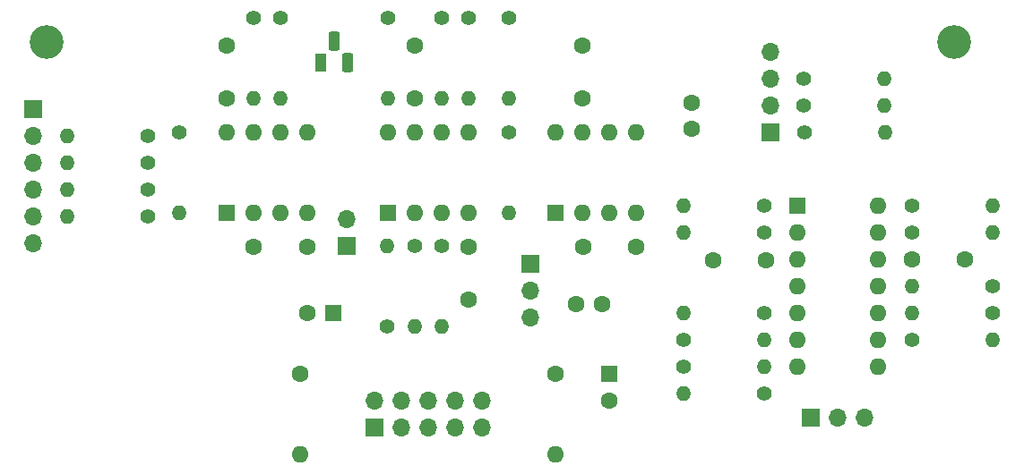
<source format=gbs>
%TF.GenerationSoftware,KiCad,Pcbnew,7.0.10*%
%TF.CreationDate,2025-10-26T16:30:34+00:00*%
%TF.ProjectId,Polivoks filter-R,506f6c69-766f-46b7-9320-66696c746572,rev?*%
%TF.SameCoordinates,Original*%
%TF.FileFunction,Soldermask,Bot*%
%TF.FilePolarity,Negative*%
%FSLAX46Y46*%
G04 Gerber Fmt 4.6, Leading zero omitted, Abs format (unit mm)*
G04 Created by KiCad (PCBNEW 7.0.10) date 2025-10-26 16:30:34*
%MOMM*%
%LPD*%
G01*
G04 APERTURE LIST*
G04 Aperture macros list*
%AMRoundRect*
0 Rectangle with rounded corners*
0 $1 Rounding radius*
0 $2 $3 $4 $5 $6 $7 $8 $9 X,Y pos of 4 corners*
0 Add a 4 corners polygon primitive as box body*
4,1,4,$2,$3,$4,$5,$6,$7,$8,$9,$2,$3,0*
0 Add four circle primitives for the rounded corners*
1,1,$1+$1,$2,$3*
1,1,$1+$1,$4,$5*
1,1,$1+$1,$6,$7*
1,1,$1+$1,$8,$9*
0 Add four rect primitives between the rounded corners*
20,1,$1+$1,$2,$3,$4,$5,0*
20,1,$1+$1,$4,$5,$6,$7,0*
20,1,$1+$1,$6,$7,$8,$9,0*
20,1,$1+$1,$8,$9,$2,$3,0*%
G04 Aperture macros list end*
%ADD10R,1.600000X1.600000*%
%ADD11O,1.600000X1.600000*%
%ADD12C,1.600000*%
%ADD13C,1.400000*%
%ADD14O,1.400000X1.400000*%
%ADD15C,3.200000*%
%ADD16R,1.700000X1.700000*%
%ADD17O,1.700000X1.700000*%
%ADD18R,1.100000X1.800000*%
%ADD19RoundRect,0.275000X-0.275000X-0.625000X0.275000X-0.625000X0.275000X0.625000X-0.275000X0.625000X0*%
G04 APERTURE END LIST*
D10*
%TO.C,U2*%
X135699500Y-106311700D03*
D11*
X138239500Y-106311700D03*
X140779500Y-106311700D03*
X143319500Y-106311700D03*
X143319500Y-98691700D03*
X140779500Y-98691700D03*
X138239500Y-98691700D03*
X135699500Y-98691700D03*
%TD*%
D12*
%TO.C,C6*%
X143319500Y-109526700D03*
X143319500Y-114526700D03*
%TD*%
D13*
%TO.C,R29*%
X175056800Y-93599000D03*
D14*
X182676800Y-93599000D03*
%TD*%
D12*
%TO.C,C3*%
X120459500Y-95516700D03*
X120459500Y-90516700D03*
%TD*%
D13*
%TO.C,R17*%
X171259500Y-108216700D03*
D14*
X163639500Y-108216700D03*
%TD*%
D13*
%TO.C,R22*%
X192849500Y-113284000D03*
D14*
X185229500Y-113284000D03*
%TD*%
D10*
%TO.C,U1*%
X120459500Y-106311700D03*
D11*
X122999500Y-106311700D03*
X125539500Y-106311700D03*
X128079500Y-106311700D03*
X128079500Y-98691700D03*
X125539500Y-98691700D03*
X122999500Y-98691700D03*
X120459500Y-98691700D03*
%TD*%
D13*
%TO.C,R1*%
X113030000Y-99060000D03*
D14*
X105410000Y-99060000D03*
%TD*%
D13*
%TO.C,R3*%
X113030000Y-106680000D03*
D14*
X105410000Y-106680000D03*
%TD*%
D15*
%TO.C,REF\u002A\u002A*%
X189230000Y-90170000D03*
%TD*%
D13*
%TO.C,R27*%
X185229500Y-108216700D03*
D14*
X192849500Y-108216700D03*
%TD*%
D16*
%TO.C,J12*%
X131826000Y-109479000D03*
D17*
X131826000Y-106939000D03*
%TD*%
D16*
%TO.C,J13*%
X175666400Y-125704600D03*
D17*
X178206400Y-125704600D03*
X180746400Y-125704600D03*
%TD*%
D13*
%TO.C,R23*%
X175056800Y-96139000D03*
D14*
X182676800Y-96139000D03*
%TD*%
D10*
%TO.C,C1*%
X130581400Y-115773200D03*
D12*
X128081400Y-115773200D03*
%TD*%
D10*
%TO.C,C2*%
X156654500Y-121591700D03*
D12*
X156654500Y-124091700D03*
%TD*%
D13*
%TO.C,R21*%
X163639500Y-120916700D03*
D14*
X171259500Y-120916700D03*
%TD*%
D13*
%TO.C,R6*%
X116014500Y-98691700D03*
D14*
X116014500Y-106311700D03*
%TD*%
D12*
%TO.C,C7*%
X154152600Y-95478600D03*
X154152600Y-90478600D03*
%TD*%
D13*
%TO.C,R26*%
X192849500Y-115824000D03*
D14*
X185229500Y-115824000D03*
%TD*%
D13*
%TO.C,R24*%
X171259500Y-123456700D03*
D14*
X163639500Y-123456700D03*
%TD*%
D12*
%TO.C,C4*%
X128079500Y-109566700D03*
X123079500Y-109566700D03*
%TD*%
%TO.C,C8*%
X159194500Y-109526700D03*
X154194500Y-109526700D03*
%TD*%
%TO.C,FB1*%
X127444500Y-121551700D03*
D11*
X127444500Y-129171700D03*
%TD*%
D13*
%TO.C,R25*%
X185229500Y-118364000D03*
D14*
X192849500Y-118364000D03*
%TD*%
D13*
%TO.C,R9*%
X140779500Y-109486700D03*
D14*
X140779500Y-117106700D03*
%TD*%
D12*
%TO.C,C12*%
X164465000Y-95885000D03*
X164465000Y-98385000D03*
%TD*%
D13*
%TO.C,R16*%
X171259500Y-115836700D03*
D14*
X163639500Y-115836700D03*
%TD*%
D13*
%TO.C,R28*%
X185229500Y-105676700D03*
D14*
X192849500Y-105676700D03*
%TD*%
D13*
%TO.C,R12*%
X135699500Y-87896700D03*
D14*
X135699500Y-95516700D03*
%TD*%
D12*
%TO.C,C5*%
X138252200Y-95464000D03*
X138252200Y-90464000D03*
%TD*%
D13*
%TO.C,R5*%
X113030000Y-104140000D03*
D14*
X105410000Y-104140000D03*
%TD*%
D13*
%TO.C,R15*%
X147129500Y-87896700D03*
D14*
X147129500Y-95516700D03*
%TD*%
D13*
%TO.C,R18*%
X163639500Y-118376700D03*
D14*
X171259500Y-118376700D03*
%TD*%
D12*
%TO.C,FB2*%
X151574500Y-121551700D03*
D11*
X151574500Y-129171700D03*
%TD*%
D13*
%TO.C,R20*%
X175069500Y-98691700D03*
D14*
X182689500Y-98691700D03*
%TD*%
D12*
%TO.C,C10*%
X185269500Y-110744000D03*
X190269500Y-110744000D03*
%TD*%
D13*
%TO.C,R14*%
X143319500Y-87896700D03*
D14*
X143319500Y-95516700D03*
%TD*%
D16*
%TO.C,J4*%
X171894500Y-98681700D03*
D17*
X171894500Y-96141700D03*
X171894500Y-93601700D03*
X171894500Y-91061700D03*
%TD*%
D13*
%TO.C,R8*%
X122999500Y-87896700D03*
D14*
X122999500Y-95516700D03*
%TD*%
D13*
%TO.C,R10*%
X147129500Y-98691700D03*
D14*
X147129500Y-106311700D03*
%TD*%
D13*
%TO.C,R11*%
X138239500Y-109486700D03*
D14*
X138239500Y-117106700D03*
%TD*%
D13*
%TO.C,R4*%
X135636000Y-117094000D03*
D14*
X135636000Y-109474000D03*
%TD*%
D10*
%TO.C,U4*%
X174434500Y-105676700D03*
D11*
X174434500Y-108216700D03*
X174434500Y-110756700D03*
X174434500Y-113296700D03*
X174434500Y-115836700D03*
X174434500Y-118376700D03*
X174434500Y-120916700D03*
X182054500Y-120916700D03*
X182054500Y-118376700D03*
X182054500Y-115836700D03*
X182054500Y-113296700D03*
X182054500Y-110756700D03*
X182054500Y-108216700D03*
X182054500Y-105676700D03*
%TD*%
D16*
%TO.C,J2*%
X149225000Y-111125000D03*
D17*
X149225000Y-113665000D03*
X149225000Y-116205000D03*
%TD*%
D10*
%TO.C,U3*%
X151574500Y-106311700D03*
D11*
X154114500Y-106311700D03*
X156654500Y-106311700D03*
X159194500Y-106311700D03*
X159194500Y-98691700D03*
X156654500Y-98691700D03*
X154114500Y-98691700D03*
X151574500Y-98691700D03*
%TD*%
D18*
%TO.C,Q1*%
X129349500Y-92106700D03*
D19*
X130619500Y-90036700D03*
X131889500Y-92106700D03*
%TD*%
D16*
%TO.C,J1*%
X102235000Y-96520000D03*
D17*
X102235000Y-99060000D03*
X102235000Y-101600000D03*
X102235000Y-104140000D03*
X102235000Y-106680000D03*
X102235000Y-109220000D03*
%TD*%
D12*
%TO.C,C9*%
X171500800Y-110769400D03*
X166500800Y-110769400D03*
%TD*%
%TO.C,C11*%
X153479500Y-114935000D03*
X155979500Y-114935000D03*
%TD*%
D15*
%TO.C,REF\u002A\u002A*%
X103505000Y-90170000D03*
%TD*%
D13*
%TO.C,R7*%
X125539500Y-87896700D03*
D14*
X125539500Y-95516700D03*
%TD*%
D13*
%TO.C,R19*%
X171259500Y-105676700D03*
D14*
X163639500Y-105676700D03*
%TD*%
D13*
%TO.C,R2*%
X113030000Y-101600000D03*
D14*
X105410000Y-101600000D03*
%TD*%
D16*
%TO.C,J3*%
X134429500Y-126631700D03*
D17*
X134429500Y-124091700D03*
X136969500Y-126631700D03*
X136969500Y-124091700D03*
X139509500Y-126631700D03*
X139509500Y-124091700D03*
X142049500Y-126631700D03*
X142049500Y-124091700D03*
X144589500Y-126631700D03*
X144589500Y-124091700D03*
%TD*%
D13*
%TO.C,R13*%
X140779500Y-87896700D03*
D14*
X140779500Y-95516700D03*
%TD*%
M02*

</source>
